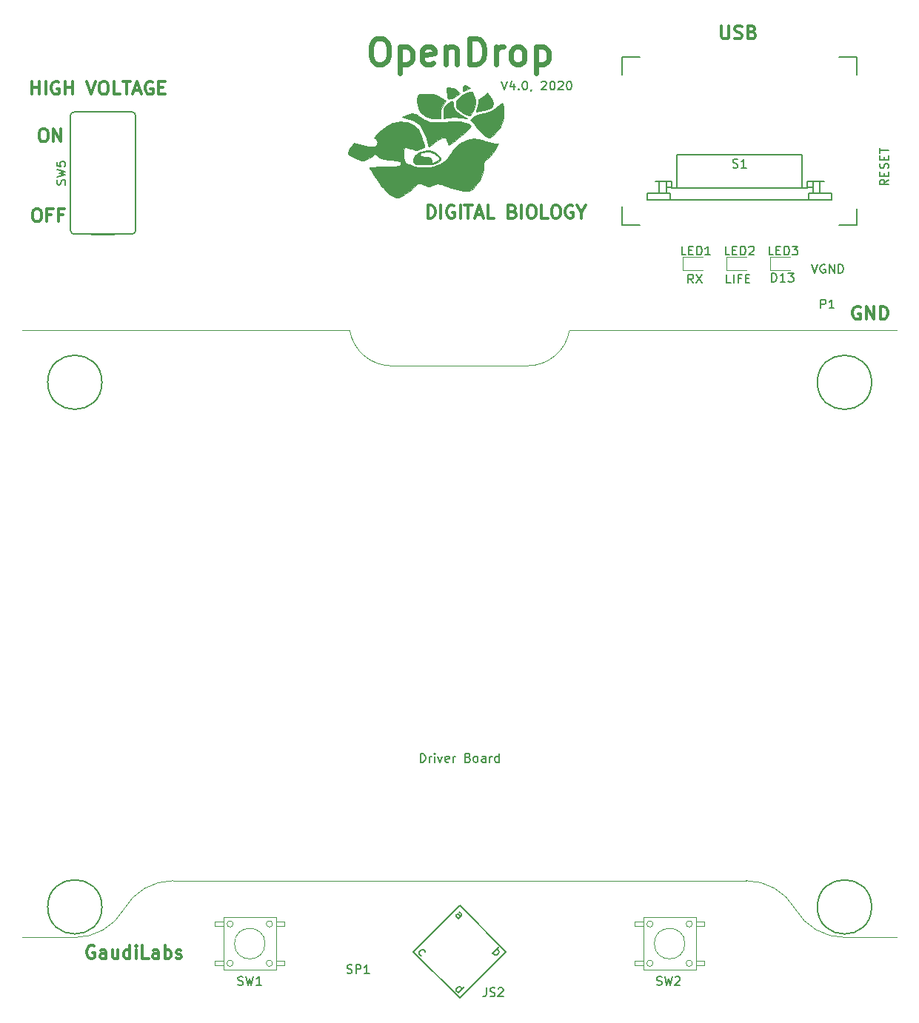
<source format=gbr>
G04 #@! TF.GenerationSoftware,KiCad,Pcbnew,5.0.2-bee76a0~70~ubuntu18.04.1*
G04 #@! TF.CreationDate,2020-04-30T09:20:18+02:00*
G04 #@! TF.ProjectId,OpenDropV4,4f70656e-4472-46f7-9056-342e6b696361,rev?*
G04 #@! TF.SameCoordinates,Original*
G04 #@! TF.FileFunction,Legend,Top*
G04 #@! TF.FilePolarity,Positive*
%FSLAX46Y46*%
G04 Gerber Fmt 4.6, Leading zero omitted, Abs format (unit mm)*
G04 Created by KiCad (PCBNEW 5.0.2-bee76a0~70~ubuntu18.04.1) date Do 30 Apr 2020 09:20:18 CEST*
%MOMM*%
%LPD*%
G01*
G04 APERTURE LIST*
%ADD10C,0.100000*%
%ADD11C,0.150000*%
%ADD12C,0.200000*%
%ADD13C,0.300000*%
%ADD14C,0.600000*%
%ADD15C,0.010000*%
%ADD16C,0.050000*%
%ADD17C,0.152400*%
%ADD18C,0.120000*%
G04 APERTURE END LIST*
D10*
X112600000Y-68000000D02*
X150000000Y-68000000D01*
X107716827Y-72115336D02*
G75*
G03X112570000Y-68027000I33173J4885336D01*
G01*
X92250000Y-72100000D02*
X107700000Y-72120000D01*
X92278753Y-72121673D02*
G75*
G02X87427000Y-68027000I-28753J4887673D01*
G01*
D11*
X95523809Y-117452380D02*
X95523809Y-116452380D01*
X95761904Y-116452380D01*
X95904761Y-116500000D01*
X96000000Y-116595238D01*
X96047619Y-116690476D01*
X96095238Y-116880952D01*
X96095238Y-117023809D01*
X96047619Y-117214285D01*
X96000000Y-117309523D01*
X95904761Y-117404761D01*
X95761904Y-117452380D01*
X95523809Y-117452380D01*
X96523809Y-117452380D02*
X96523809Y-116785714D01*
X96523809Y-116976190D02*
X96571428Y-116880952D01*
X96619047Y-116833333D01*
X96714285Y-116785714D01*
X96809523Y-116785714D01*
X97142857Y-117452380D02*
X97142857Y-116785714D01*
X97142857Y-116452380D02*
X97095238Y-116500000D01*
X97142857Y-116547619D01*
X97190476Y-116500000D01*
X97142857Y-116452380D01*
X97142857Y-116547619D01*
X97523809Y-116785714D02*
X97761904Y-117452380D01*
X98000000Y-116785714D01*
X98761904Y-117404761D02*
X98666666Y-117452380D01*
X98476190Y-117452380D01*
X98380952Y-117404761D01*
X98333333Y-117309523D01*
X98333333Y-116928571D01*
X98380952Y-116833333D01*
X98476190Y-116785714D01*
X98666666Y-116785714D01*
X98761904Y-116833333D01*
X98809523Y-116928571D01*
X98809523Y-117023809D01*
X98333333Y-117119047D01*
X99238095Y-117452380D02*
X99238095Y-116785714D01*
X99238095Y-116976190D02*
X99285714Y-116880952D01*
X99333333Y-116833333D01*
X99428571Y-116785714D01*
X99523809Y-116785714D01*
X100952380Y-116928571D02*
X101095238Y-116976190D01*
X101142857Y-117023809D01*
X101190476Y-117119047D01*
X101190476Y-117261904D01*
X101142857Y-117357142D01*
X101095238Y-117404761D01*
X101000000Y-117452380D01*
X100619047Y-117452380D01*
X100619047Y-116452380D01*
X100952380Y-116452380D01*
X101047619Y-116500000D01*
X101095238Y-116547619D01*
X101142857Y-116642857D01*
X101142857Y-116738095D01*
X101095238Y-116833333D01*
X101047619Y-116880952D01*
X100952380Y-116928571D01*
X100619047Y-116928571D01*
X101761904Y-117452380D02*
X101666666Y-117404761D01*
X101619047Y-117357142D01*
X101571428Y-117261904D01*
X101571428Y-116976190D01*
X101619047Y-116880952D01*
X101666666Y-116833333D01*
X101761904Y-116785714D01*
X101904761Y-116785714D01*
X102000000Y-116833333D01*
X102047619Y-116880952D01*
X102095238Y-116976190D01*
X102095238Y-117261904D01*
X102047619Y-117357142D01*
X102000000Y-117404761D01*
X101904761Y-117452380D01*
X101761904Y-117452380D01*
X102952380Y-117452380D02*
X102952380Y-116928571D01*
X102904761Y-116833333D01*
X102809523Y-116785714D01*
X102619047Y-116785714D01*
X102523809Y-116833333D01*
X102952380Y-117404761D02*
X102857142Y-117452380D01*
X102619047Y-117452380D01*
X102523809Y-117404761D01*
X102476190Y-117309523D01*
X102476190Y-117214285D01*
X102523809Y-117119047D01*
X102619047Y-117071428D01*
X102857142Y-117071428D01*
X102952380Y-117023809D01*
X103428571Y-117452380D02*
X103428571Y-116785714D01*
X103428571Y-116976190D02*
X103476190Y-116880952D01*
X103523809Y-116833333D01*
X103619047Y-116785714D01*
X103714285Y-116785714D01*
X104476190Y-117452380D02*
X104476190Y-116452380D01*
X104476190Y-117404761D02*
X104380952Y-117452380D01*
X104190476Y-117452380D01*
X104095238Y-117404761D01*
X104047619Y-117357142D01*
X104000000Y-117261904D01*
X104000000Y-116976190D01*
X104047619Y-116880952D01*
X104095238Y-116833333D01*
X104190476Y-116785714D01*
X104380952Y-116785714D01*
X104476190Y-116833333D01*
D10*
X144000000Y-137500000D02*
X150000000Y-137500000D01*
X132750417Y-130999277D02*
G75*
G02X138380000Y-134250000I-417J-6500723D01*
G01*
X144004583Y-137492062D02*
G75*
G02X138380000Y-134250000I-4583J6492062D01*
G01*
X61620835Y-134250000D02*
G75*
G02X67250000Y-131000000I5629165J-3250000D01*
G01*
X61629165Y-134250000D02*
G75*
G02X56000000Y-137500000I-5629165J3250000D01*
G01*
X50000000Y-137500000D02*
X56000000Y-137500000D01*
X67240000Y-131000000D02*
X132760000Y-131000000D01*
D11*
X149042380Y-50814380D02*
X148566190Y-51147714D01*
X149042380Y-51385809D02*
X148042380Y-51385809D01*
X148042380Y-51004857D01*
X148090000Y-50909619D01*
X148137619Y-50862000D01*
X148232857Y-50814380D01*
X148375714Y-50814380D01*
X148470952Y-50862000D01*
X148518571Y-50909619D01*
X148566190Y-51004857D01*
X148566190Y-51385809D01*
X148518571Y-50385809D02*
X148518571Y-50052476D01*
X149042380Y-49909619D02*
X149042380Y-50385809D01*
X148042380Y-50385809D01*
X148042380Y-49909619D01*
X148994761Y-49528666D02*
X149042380Y-49385809D01*
X149042380Y-49147714D01*
X148994761Y-49052476D01*
X148947142Y-49004857D01*
X148851904Y-48957238D01*
X148756666Y-48957238D01*
X148661428Y-49004857D01*
X148613809Y-49052476D01*
X148566190Y-49147714D01*
X148518571Y-49338190D01*
X148470952Y-49433428D01*
X148423333Y-49481047D01*
X148328095Y-49528666D01*
X148232857Y-49528666D01*
X148137619Y-49481047D01*
X148090000Y-49433428D01*
X148042380Y-49338190D01*
X148042380Y-49100095D01*
X148090000Y-48957238D01*
X148518571Y-48528666D02*
X148518571Y-48195333D01*
X149042380Y-48052476D02*
X149042380Y-48528666D01*
X148042380Y-48528666D01*
X148042380Y-48052476D01*
X148042380Y-47766761D02*
X148042380Y-47195333D01*
X149042380Y-47481047D02*
X148042380Y-47481047D01*
D12*
X140255857Y-60498380D02*
X140589190Y-61498380D01*
X140922523Y-60498380D01*
X141779666Y-60546000D02*
X141684428Y-60498380D01*
X141541571Y-60498380D01*
X141398714Y-60546000D01*
X141303476Y-60641238D01*
X141255857Y-60736476D01*
X141208238Y-60926952D01*
X141208238Y-61069809D01*
X141255857Y-61260285D01*
X141303476Y-61355523D01*
X141398714Y-61450761D01*
X141541571Y-61498380D01*
X141636809Y-61498380D01*
X141779666Y-61450761D01*
X141827285Y-61403142D01*
X141827285Y-61069809D01*
X141636809Y-61069809D01*
X142255857Y-61498380D02*
X142255857Y-60498380D01*
X142827285Y-61498380D01*
X142827285Y-60498380D01*
X143303476Y-61498380D02*
X143303476Y-60498380D01*
X143541571Y-60498380D01*
X143684428Y-60546000D01*
X143779666Y-60641238D01*
X143827285Y-60736476D01*
X143874904Y-60926952D01*
X143874904Y-61069809D01*
X143827285Y-61260285D01*
X143779666Y-61355523D01*
X143684428Y-61450761D01*
X143541571Y-61498380D01*
X143303476Y-61498380D01*
X135691714Y-62514380D02*
X135691714Y-61514380D01*
X135929809Y-61514380D01*
X136072666Y-61562000D01*
X136167904Y-61657238D01*
X136215523Y-61752476D01*
X136263142Y-61942952D01*
X136263142Y-62085809D01*
X136215523Y-62276285D01*
X136167904Y-62371523D01*
X136072666Y-62466761D01*
X135929809Y-62514380D01*
X135691714Y-62514380D01*
X137215523Y-62514380D02*
X136644095Y-62514380D01*
X136929809Y-62514380D02*
X136929809Y-61514380D01*
X136834571Y-61657238D01*
X136739333Y-61752476D01*
X136644095Y-61800095D01*
X137548857Y-61514380D02*
X138167904Y-61514380D01*
X137834571Y-61895333D01*
X137977428Y-61895333D01*
X138072666Y-61942952D01*
X138120285Y-61990571D01*
X138167904Y-62085809D01*
X138167904Y-62323904D01*
X138120285Y-62419142D01*
X138072666Y-62466761D01*
X137977428Y-62514380D01*
X137691714Y-62514380D01*
X137596476Y-62466761D01*
X137548857Y-62419142D01*
X131016476Y-62641380D02*
X130540285Y-62641380D01*
X130540285Y-61641380D01*
X131349809Y-62641380D02*
X131349809Y-61641380D01*
X132159333Y-62117571D02*
X131826000Y-62117571D01*
X131826000Y-62641380D02*
X131826000Y-61641380D01*
X132302190Y-61641380D01*
X132683142Y-62117571D02*
X133016476Y-62117571D01*
X133159333Y-62641380D02*
X132683142Y-62641380D01*
X132683142Y-61641380D01*
X133159333Y-61641380D01*
D13*
X129933142Y-33214571D02*
X129933142Y-34428857D01*
X130004571Y-34571714D01*
X130076000Y-34643142D01*
X130218857Y-34714571D01*
X130504571Y-34714571D01*
X130647428Y-34643142D01*
X130718857Y-34571714D01*
X130790285Y-34428857D01*
X130790285Y-33214571D01*
X131433142Y-34643142D02*
X131647428Y-34714571D01*
X132004571Y-34714571D01*
X132147428Y-34643142D01*
X132218857Y-34571714D01*
X132290285Y-34428857D01*
X132290285Y-34286000D01*
X132218857Y-34143142D01*
X132147428Y-34071714D01*
X132004571Y-34000285D01*
X131718857Y-33928857D01*
X131576000Y-33857428D01*
X131504571Y-33786000D01*
X131433142Y-33643142D01*
X131433142Y-33500285D01*
X131504571Y-33357428D01*
X131576000Y-33286000D01*
X131718857Y-33214571D01*
X132076000Y-33214571D01*
X132290285Y-33286000D01*
X133433142Y-33928857D02*
X133647428Y-34000285D01*
X133718857Y-34071714D01*
X133790285Y-34214571D01*
X133790285Y-34428857D01*
X133718857Y-34571714D01*
X133647428Y-34643142D01*
X133504571Y-34714571D01*
X132933142Y-34714571D01*
X132933142Y-33214571D01*
X133433142Y-33214571D01*
X133576000Y-33286000D01*
X133647428Y-33357428D01*
X133718857Y-33500285D01*
X133718857Y-33643142D01*
X133647428Y-33786000D01*
X133576000Y-33857428D01*
X133433142Y-33928857D01*
X132933142Y-33928857D01*
X58217571Y-138493000D02*
X58074714Y-138421571D01*
X57860428Y-138421571D01*
X57646142Y-138493000D01*
X57503285Y-138635857D01*
X57431857Y-138778714D01*
X57360428Y-139064428D01*
X57360428Y-139278714D01*
X57431857Y-139564428D01*
X57503285Y-139707285D01*
X57646142Y-139850142D01*
X57860428Y-139921571D01*
X58003285Y-139921571D01*
X58217571Y-139850142D01*
X58289000Y-139778714D01*
X58289000Y-139278714D01*
X58003285Y-139278714D01*
X59574714Y-139921571D02*
X59574714Y-139135857D01*
X59503285Y-138993000D01*
X59360428Y-138921571D01*
X59074714Y-138921571D01*
X58931857Y-138993000D01*
X59574714Y-139850142D02*
X59431857Y-139921571D01*
X59074714Y-139921571D01*
X58931857Y-139850142D01*
X58860428Y-139707285D01*
X58860428Y-139564428D01*
X58931857Y-139421571D01*
X59074714Y-139350142D01*
X59431857Y-139350142D01*
X59574714Y-139278714D01*
X60931857Y-138921571D02*
X60931857Y-139921571D01*
X60289000Y-138921571D02*
X60289000Y-139707285D01*
X60360428Y-139850142D01*
X60503285Y-139921571D01*
X60717571Y-139921571D01*
X60860428Y-139850142D01*
X60931857Y-139778714D01*
X62289000Y-139921571D02*
X62289000Y-138421571D01*
X62289000Y-139850142D02*
X62146142Y-139921571D01*
X61860428Y-139921571D01*
X61717571Y-139850142D01*
X61646142Y-139778714D01*
X61574714Y-139635857D01*
X61574714Y-139207285D01*
X61646142Y-139064428D01*
X61717571Y-138993000D01*
X61860428Y-138921571D01*
X62146142Y-138921571D01*
X62289000Y-138993000D01*
X63003285Y-139921571D02*
X63003285Y-138921571D01*
X63003285Y-138421571D02*
X62931857Y-138493000D01*
X63003285Y-138564428D01*
X63074714Y-138493000D01*
X63003285Y-138421571D01*
X63003285Y-138564428D01*
X64431857Y-139921571D02*
X63717571Y-139921571D01*
X63717571Y-138421571D01*
X65574714Y-139921571D02*
X65574714Y-139135857D01*
X65503285Y-138993000D01*
X65360428Y-138921571D01*
X65074714Y-138921571D01*
X64931857Y-138993000D01*
X65574714Y-139850142D02*
X65431857Y-139921571D01*
X65074714Y-139921571D01*
X64931857Y-139850142D01*
X64860428Y-139707285D01*
X64860428Y-139564428D01*
X64931857Y-139421571D01*
X65074714Y-139350142D01*
X65431857Y-139350142D01*
X65574714Y-139278714D01*
X66289000Y-139921571D02*
X66289000Y-138421571D01*
X66289000Y-138993000D02*
X66431857Y-138921571D01*
X66717571Y-138921571D01*
X66860428Y-138993000D01*
X66931857Y-139064428D01*
X67003285Y-139207285D01*
X67003285Y-139635857D01*
X66931857Y-139778714D01*
X66860428Y-139850142D01*
X66717571Y-139921571D01*
X66431857Y-139921571D01*
X66289000Y-139850142D01*
X67574714Y-139850142D02*
X67717571Y-139921571D01*
X68003285Y-139921571D01*
X68146142Y-139850142D01*
X68217571Y-139707285D01*
X68217571Y-139635857D01*
X68146142Y-139493000D01*
X68003285Y-139421571D01*
X67789000Y-139421571D01*
X67646142Y-139350142D01*
X67574714Y-139207285D01*
X67574714Y-139135857D01*
X67646142Y-138993000D01*
X67789000Y-138921571D01*
X68003285Y-138921571D01*
X68146142Y-138993000D01*
D12*
X104791380Y-39543380D02*
X105124714Y-40543380D01*
X105458047Y-39543380D01*
X106219952Y-39876714D02*
X106219952Y-40543380D01*
X105981857Y-39495761D02*
X105743761Y-40210047D01*
X106362809Y-40210047D01*
X106743761Y-40448142D02*
X106791380Y-40495761D01*
X106743761Y-40543380D01*
X106696142Y-40495761D01*
X106743761Y-40448142D01*
X106743761Y-40543380D01*
X107410428Y-39543380D02*
X107505666Y-39543380D01*
X107600904Y-39591000D01*
X107648523Y-39638619D01*
X107696142Y-39733857D01*
X107743761Y-39924333D01*
X107743761Y-40162428D01*
X107696142Y-40352904D01*
X107648523Y-40448142D01*
X107600904Y-40495761D01*
X107505666Y-40543380D01*
X107410428Y-40543380D01*
X107315190Y-40495761D01*
X107267571Y-40448142D01*
X107219952Y-40352904D01*
X107172333Y-40162428D01*
X107172333Y-39924333D01*
X107219952Y-39733857D01*
X107267571Y-39638619D01*
X107315190Y-39591000D01*
X107410428Y-39543380D01*
X108219952Y-40495761D02*
X108219952Y-40543380D01*
X108172333Y-40638619D01*
X108124714Y-40686238D01*
X109362809Y-39638619D02*
X109410428Y-39591000D01*
X109505666Y-39543380D01*
X109743761Y-39543380D01*
X109839000Y-39591000D01*
X109886619Y-39638619D01*
X109934238Y-39733857D01*
X109934238Y-39829095D01*
X109886619Y-39971952D01*
X109315190Y-40543380D01*
X109934238Y-40543380D01*
X110553285Y-39543380D02*
X110648523Y-39543380D01*
X110743761Y-39591000D01*
X110791380Y-39638619D01*
X110839000Y-39733857D01*
X110886619Y-39924333D01*
X110886619Y-40162428D01*
X110839000Y-40352904D01*
X110791380Y-40448142D01*
X110743761Y-40495761D01*
X110648523Y-40543380D01*
X110553285Y-40543380D01*
X110458047Y-40495761D01*
X110410428Y-40448142D01*
X110362809Y-40352904D01*
X110315190Y-40162428D01*
X110315190Y-39924333D01*
X110362809Y-39733857D01*
X110410428Y-39638619D01*
X110458047Y-39591000D01*
X110553285Y-39543380D01*
X111267571Y-39638619D02*
X111315190Y-39591000D01*
X111410428Y-39543380D01*
X111648523Y-39543380D01*
X111743761Y-39591000D01*
X111791380Y-39638619D01*
X111839000Y-39733857D01*
X111839000Y-39829095D01*
X111791380Y-39971952D01*
X111219952Y-40543380D01*
X111839000Y-40543380D01*
X112458047Y-39543380D02*
X112553285Y-39543380D01*
X112648523Y-39591000D01*
X112696142Y-39638619D01*
X112743761Y-39733857D01*
X112791380Y-39924333D01*
X112791380Y-40162428D01*
X112743761Y-40352904D01*
X112696142Y-40448142D01*
X112648523Y-40495761D01*
X112553285Y-40543380D01*
X112458047Y-40543380D01*
X112362809Y-40495761D01*
X112315190Y-40448142D01*
X112267571Y-40352904D01*
X112219952Y-40162428D01*
X112219952Y-39924333D01*
X112267571Y-39733857D01*
X112315190Y-39638619D01*
X112362809Y-39591000D01*
X112458047Y-39543380D01*
D13*
X145796142Y-65376000D02*
X145653285Y-65304571D01*
X145439000Y-65304571D01*
X145224714Y-65376000D01*
X145081857Y-65518857D01*
X145010428Y-65661714D01*
X144939000Y-65947428D01*
X144939000Y-66161714D01*
X145010428Y-66447428D01*
X145081857Y-66590285D01*
X145224714Y-66733142D01*
X145439000Y-66804571D01*
X145581857Y-66804571D01*
X145796142Y-66733142D01*
X145867571Y-66661714D01*
X145867571Y-66161714D01*
X145581857Y-66161714D01*
X146510428Y-66804571D02*
X146510428Y-65304571D01*
X147367571Y-66804571D01*
X147367571Y-65304571D01*
X148081857Y-66804571D02*
X148081857Y-65304571D01*
X148439000Y-65304571D01*
X148653285Y-65376000D01*
X148796142Y-65518857D01*
X148867571Y-65661714D01*
X148939000Y-65947428D01*
X148939000Y-66161714D01*
X148867571Y-66447428D01*
X148796142Y-66590285D01*
X148653285Y-66733142D01*
X148439000Y-66804571D01*
X148081857Y-66804571D01*
D12*
X126706333Y-62641380D02*
X126373000Y-62165190D01*
X126134904Y-62641380D02*
X126134904Y-61641380D01*
X126515857Y-61641380D01*
X126611095Y-61689000D01*
X126658714Y-61736619D01*
X126706333Y-61831857D01*
X126706333Y-61974714D01*
X126658714Y-62069952D01*
X126611095Y-62117571D01*
X126515857Y-62165190D01*
X126134904Y-62165190D01*
X127039666Y-61641380D02*
X127706333Y-62641380D01*
X127706333Y-61641380D02*
X127039666Y-62641380D01*
D13*
X51530428Y-54128571D02*
X51816142Y-54128571D01*
X51959000Y-54200000D01*
X52101857Y-54342857D01*
X52173285Y-54628571D01*
X52173285Y-55128571D01*
X52101857Y-55414285D01*
X51959000Y-55557142D01*
X51816142Y-55628571D01*
X51530428Y-55628571D01*
X51387571Y-55557142D01*
X51244714Y-55414285D01*
X51173285Y-55128571D01*
X51173285Y-54628571D01*
X51244714Y-54342857D01*
X51387571Y-54200000D01*
X51530428Y-54128571D01*
X53316142Y-54842857D02*
X52816142Y-54842857D01*
X52816142Y-55628571D02*
X52816142Y-54128571D01*
X53530428Y-54128571D01*
X54601857Y-54842857D02*
X54101857Y-54842857D01*
X54101857Y-55628571D02*
X54101857Y-54128571D01*
X54816142Y-54128571D01*
X52284428Y-44984571D02*
X52570142Y-44984571D01*
X52713000Y-45056000D01*
X52855857Y-45198857D01*
X52927285Y-45484571D01*
X52927285Y-45984571D01*
X52855857Y-46270285D01*
X52713000Y-46413142D01*
X52570142Y-46484571D01*
X52284428Y-46484571D01*
X52141571Y-46413142D01*
X51998714Y-46270285D01*
X51927285Y-45984571D01*
X51927285Y-45484571D01*
X51998714Y-45198857D01*
X52141571Y-45056000D01*
X52284428Y-44984571D01*
X53570142Y-46484571D02*
X53570142Y-44984571D01*
X54427285Y-46484571D01*
X54427285Y-44984571D01*
X51102571Y-41064571D02*
X51102571Y-39564571D01*
X51102571Y-40278857D02*
X51959714Y-40278857D01*
X51959714Y-41064571D02*
X51959714Y-39564571D01*
X52674000Y-41064571D02*
X52674000Y-39564571D01*
X54174000Y-39636000D02*
X54031142Y-39564571D01*
X53816857Y-39564571D01*
X53602571Y-39636000D01*
X53459714Y-39778857D01*
X53388285Y-39921714D01*
X53316857Y-40207428D01*
X53316857Y-40421714D01*
X53388285Y-40707428D01*
X53459714Y-40850285D01*
X53602571Y-40993142D01*
X53816857Y-41064571D01*
X53959714Y-41064571D01*
X54174000Y-40993142D01*
X54245428Y-40921714D01*
X54245428Y-40421714D01*
X53959714Y-40421714D01*
X54888285Y-41064571D02*
X54888285Y-39564571D01*
X54888285Y-40278857D02*
X55745428Y-40278857D01*
X55745428Y-41064571D02*
X55745428Y-39564571D01*
X57388285Y-39564571D02*
X57888285Y-41064571D01*
X58388285Y-39564571D01*
X59174000Y-39564571D02*
X59459714Y-39564571D01*
X59602571Y-39636000D01*
X59745428Y-39778857D01*
X59816857Y-40064571D01*
X59816857Y-40564571D01*
X59745428Y-40850285D01*
X59602571Y-40993142D01*
X59459714Y-41064571D01*
X59174000Y-41064571D01*
X59031142Y-40993142D01*
X58888285Y-40850285D01*
X58816857Y-40564571D01*
X58816857Y-40064571D01*
X58888285Y-39778857D01*
X59031142Y-39636000D01*
X59174000Y-39564571D01*
X61174000Y-41064571D02*
X60459714Y-41064571D01*
X60459714Y-39564571D01*
X61459714Y-39564571D02*
X62316857Y-39564571D01*
X61888285Y-41064571D02*
X61888285Y-39564571D01*
X62745428Y-40636000D02*
X63459714Y-40636000D01*
X62602571Y-41064571D02*
X63102571Y-39564571D01*
X63602571Y-41064571D01*
X64888285Y-39636000D02*
X64745428Y-39564571D01*
X64531142Y-39564571D01*
X64316857Y-39636000D01*
X64174000Y-39778857D01*
X64102571Y-39921714D01*
X64031142Y-40207428D01*
X64031142Y-40421714D01*
X64102571Y-40707428D01*
X64174000Y-40850285D01*
X64316857Y-40993142D01*
X64531142Y-41064571D01*
X64674000Y-41064571D01*
X64888285Y-40993142D01*
X64959714Y-40921714D01*
X64959714Y-40421714D01*
X64674000Y-40421714D01*
X65602571Y-40278857D02*
X66102571Y-40278857D01*
X66316857Y-41064571D02*
X65602571Y-41064571D01*
X65602571Y-39564571D01*
X66316857Y-39564571D01*
D14*
X90571428Y-34638142D02*
X91142857Y-34638142D01*
X91428571Y-34781000D01*
X91714285Y-35066714D01*
X91857142Y-35638142D01*
X91857142Y-36638142D01*
X91714285Y-37209571D01*
X91428571Y-37495285D01*
X91142857Y-37638142D01*
X90571428Y-37638142D01*
X90285714Y-37495285D01*
X90000000Y-37209571D01*
X89857142Y-36638142D01*
X89857142Y-35638142D01*
X90000000Y-35066714D01*
X90285714Y-34781000D01*
X90571428Y-34638142D01*
X93142857Y-35638142D02*
X93142857Y-38638142D01*
X93142857Y-35781000D02*
X93428571Y-35638142D01*
X94000000Y-35638142D01*
X94285714Y-35781000D01*
X94428571Y-35923857D01*
X94571428Y-36209571D01*
X94571428Y-37066714D01*
X94428571Y-37352428D01*
X94285714Y-37495285D01*
X94000000Y-37638142D01*
X93428571Y-37638142D01*
X93142857Y-37495285D01*
X97000000Y-37495285D02*
X96714285Y-37638142D01*
X96142857Y-37638142D01*
X95857142Y-37495285D01*
X95714285Y-37209571D01*
X95714285Y-36066714D01*
X95857142Y-35781000D01*
X96142857Y-35638142D01*
X96714285Y-35638142D01*
X97000000Y-35781000D01*
X97142857Y-36066714D01*
X97142857Y-36352428D01*
X95714285Y-36638142D01*
X98428571Y-35638142D02*
X98428571Y-37638142D01*
X98428571Y-35923857D02*
X98571428Y-35781000D01*
X98857142Y-35638142D01*
X99285714Y-35638142D01*
X99571428Y-35781000D01*
X99714285Y-36066714D01*
X99714285Y-37638142D01*
X101142857Y-37638142D02*
X101142857Y-34638142D01*
X101857142Y-34638142D01*
X102285714Y-34781000D01*
X102571428Y-35066714D01*
X102714285Y-35352428D01*
X102857142Y-35923857D01*
X102857142Y-36352428D01*
X102714285Y-36923857D01*
X102571428Y-37209571D01*
X102285714Y-37495285D01*
X101857142Y-37638142D01*
X101142857Y-37638142D01*
X104142857Y-37638142D02*
X104142857Y-35638142D01*
X104142857Y-36209571D02*
X104285714Y-35923857D01*
X104428571Y-35781000D01*
X104714285Y-35638142D01*
X105000000Y-35638142D01*
X106428571Y-37638142D02*
X106142857Y-37495285D01*
X106000000Y-37352428D01*
X105857142Y-37066714D01*
X105857142Y-36209571D01*
X106000000Y-35923857D01*
X106142857Y-35781000D01*
X106428571Y-35638142D01*
X106857142Y-35638142D01*
X107142857Y-35781000D01*
X107285714Y-35923857D01*
X107428571Y-36209571D01*
X107428571Y-37066714D01*
X107285714Y-37352428D01*
X107142857Y-37495285D01*
X106857142Y-37638142D01*
X106428571Y-37638142D01*
X108714285Y-35638142D02*
X108714285Y-38638142D01*
X108714285Y-35781000D02*
X109000000Y-35638142D01*
X109571428Y-35638142D01*
X109857142Y-35781000D01*
X110000000Y-35923857D01*
X110142857Y-36209571D01*
X110142857Y-37066714D01*
X110000000Y-37352428D01*
X109857142Y-37495285D01*
X109571428Y-37638142D01*
X109000000Y-37638142D01*
X108714285Y-37495285D01*
D13*
X96354428Y-55247571D02*
X96354428Y-53747571D01*
X96711571Y-53747571D01*
X96925857Y-53819000D01*
X97068714Y-53961857D01*
X97140142Y-54104714D01*
X97211571Y-54390428D01*
X97211571Y-54604714D01*
X97140142Y-54890428D01*
X97068714Y-55033285D01*
X96925857Y-55176142D01*
X96711571Y-55247571D01*
X96354428Y-55247571D01*
X97854428Y-55247571D02*
X97854428Y-53747571D01*
X99354428Y-53819000D02*
X99211571Y-53747571D01*
X98997285Y-53747571D01*
X98783000Y-53819000D01*
X98640142Y-53961857D01*
X98568714Y-54104714D01*
X98497285Y-54390428D01*
X98497285Y-54604714D01*
X98568714Y-54890428D01*
X98640142Y-55033285D01*
X98783000Y-55176142D01*
X98997285Y-55247571D01*
X99140142Y-55247571D01*
X99354428Y-55176142D01*
X99425857Y-55104714D01*
X99425857Y-54604714D01*
X99140142Y-54604714D01*
X100068714Y-55247571D02*
X100068714Y-53747571D01*
X100568714Y-53747571D02*
X101425857Y-53747571D01*
X100997285Y-55247571D02*
X100997285Y-53747571D01*
X101854428Y-54819000D02*
X102568714Y-54819000D01*
X101711571Y-55247571D02*
X102211571Y-53747571D01*
X102711571Y-55247571D01*
X103925857Y-55247571D02*
X103211571Y-55247571D01*
X103211571Y-53747571D01*
X106068714Y-54461857D02*
X106283000Y-54533285D01*
X106354428Y-54604714D01*
X106425857Y-54747571D01*
X106425857Y-54961857D01*
X106354428Y-55104714D01*
X106283000Y-55176142D01*
X106140142Y-55247571D01*
X105568714Y-55247571D01*
X105568714Y-53747571D01*
X106068714Y-53747571D01*
X106211571Y-53819000D01*
X106283000Y-53890428D01*
X106354428Y-54033285D01*
X106354428Y-54176142D01*
X106283000Y-54319000D01*
X106211571Y-54390428D01*
X106068714Y-54461857D01*
X105568714Y-54461857D01*
X107068714Y-55247571D02*
X107068714Y-53747571D01*
X108068714Y-53747571D02*
X108354428Y-53747571D01*
X108497285Y-53819000D01*
X108640142Y-53961857D01*
X108711571Y-54247571D01*
X108711571Y-54747571D01*
X108640142Y-55033285D01*
X108497285Y-55176142D01*
X108354428Y-55247571D01*
X108068714Y-55247571D01*
X107925857Y-55176142D01*
X107783000Y-55033285D01*
X107711571Y-54747571D01*
X107711571Y-54247571D01*
X107783000Y-53961857D01*
X107925857Y-53819000D01*
X108068714Y-53747571D01*
X110068714Y-55247571D02*
X109354428Y-55247571D01*
X109354428Y-53747571D01*
X110854428Y-53747571D02*
X111140142Y-53747571D01*
X111283000Y-53819000D01*
X111425857Y-53961857D01*
X111497285Y-54247571D01*
X111497285Y-54747571D01*
X111425857Y-55033285D01*
X111283000Y-55176142D01*
X111140142Y-55247571D01*
X110854428Y-55247571D01*
X110711571Y-55176142D01*
X110568714Y-55033285D01*
X110497285Y-54747571D01*
X110497285Y-54247571D01*
X110568714Y-53961857D01*
X110711571Y-53819000D01*
X110854428Y-53747571D01*
X112925857Y-53819000D02*
X112783000Y-53747571D01*
X112568714Y-53747571D01*
X112354428Y-53819000D01*
X112211571Y-53961857D01*
X112140142Y-54104714D01*
X112068714Y-54390428D01*
X112068714Y-54604714D01*
X112140142Y-54890428D01*
X112211571Y-55033285D01*
X112354428Y-55176142D01*
X112568714Y-55247571D01*
X112711571Y-55247571D01*
X112925857Y-55176142D01*
X112997285Y-55104714D01*
X112997285Y-54604714D01*
X112711571Y-54604714D01*
X113925857Y-54533285D02*
X113925857Y-55247571D01*
X113425857Y-53747571D02*
X113925857Y-54533285D01*
X114425857Y-53747571D01*
D10*
X50000000Y-68000000D02*
X87440000Y-68000000D01*
D11*
G04 #@! TO.C,P15*
X59100000Y-134000000D02*
G75*
G03X59100000Y-134000000I-3100000J0D01*
G01*
D15*
G04 #@! TO.C,G\002A\002A\002A*
G36*
X100639585Y-40006138D02*
X100788163Y-40086581D01*
X100923026Y-40175785D01*
X101223906Y-40389703D01*
X100820101Y-40526101D01*
X100609382Y-40595253D01*
X100448386Y-40644331D01*
X100373148Y-40662500D01*
X100342111Y-40607636D01*
X100330936Y-40487875D01*
X100359982Y-40301548D01*
X100430541Y-40123704D01*
X100520543Y-40003893D01*
X100555448Y-39983823D01*
X100639585Y-40006138D01*
X100639585Y-40006138D01*
G37*
X100639585Y-40006138D02*
X100788163Y-40086581D01*
X100923026Y-40175785D01*
X101223906Y-40389703D01*
X100820101Y-40526101D01*
X100609382Y-40595253D01*
X100448386Y-40644331D01*
X100373148Y-40662500D01*
X100342111Y-40607636D01*
X100330936Y-40487875D01*
X100359982Y-40301548D01*
X100430541Y-40123704D01*
X100520543Y-40003893D01*
X100555448Y-39983823D01*
X100639585Y-40006138D01*
G36*
X98821389Y-40257366D02*
X99036131Y-40307818D01*
X99260880Y-40375955D01*
X99459304Y-40452887D01*
X99504500Y-40474441D01*
X99698810Y-40596271D01*
X99870018Y-40740370D01*
X99879730Y-40750544D01*
X100032710Y-40914448D01*
X99725997Y-41185349D01*
X99462143Y-41383071D01*
X99221889Y-41482459D01*
X99160266Y-41494134D01*
X98968617Y-41529388D01*
X98819104Y-41569155D01*
X98796486Y-41577862D01*
X98717479Y-41580423D01*
X98652708Y-41492440D01*
X98610167Y-41381227D01*
X98572210Y-41212582D01*
X98544851Y-40985891D01*
X98529496Y-40738375D01*
X98527552Y-40507255D01*
X98540424Y-40329751D01*
X98567248Y-40245084D01*
X98652984Y-40233491D01*
X98821389Y-40257366D01*
X98821389Y-40257366D01*
G37*
X98821389Y-40257366D02*
X99036131Y-40307818D01*
X99260880Y-40375955D01*
X99459304Y-40452887D01*
X99504500Y-40474441D01*
X99698810Y-40596271D01*
X99870018Y-40740370D01*
X99879730Y-40750544D01*
X100032710Y-40914448D01*
X99725997Y-41185349D01*
X99462143Y-41383071D01*
X99221889Y-41482459D01*
X99160266Y-41494134D01*
X98968617Y-41529388D01*
X98819104Y-41569155D01*
X98796486Y-41577862D01*
X98717479Y-41580423D01*
X98652708Y-41492440D01*
X98610167Y-41381227D01*
X98572210Y-41212582D01*
X98544851Y-40985891D01*
X98529496Y-40738375D01*
X98527552Y-40507255D01*
X98540424Y-40329751D01*
X98567248Y-40245084D01*
X98652984Y-40233491D01*
X98821389Y-40257366D01*
G36*
X103359911Y-41139358D02*
X103618027Y-41477048D01*
X103766620Y-41778423D01*
X103810975Y-42061468D01*
X103756377Y-42344168D01*
X103732252Y-42406572D01*
X103649368Y-42553144D01*
X103525896Y-42666189D01*
X103340696Y-42755686D01*
X103072627Y-42831617D01*
X102700550Y-42903965D01*
X102666567Y-42909743D01*
X102390282Y-42958674D01*
X102153353Y-43004854D01*
X101989264Y-43041549D01*
X101941168Y-43055637D01*
X101865486Y-43067627D01*
X101874335Y-42995543D01*
X101882358Y-42975399D01*
X102037641Y-42498286D01*
X102105722Y-42044920D01*
X102108000Y-41955010D01*
X102113164Y-41756238D01*
X102142521Y-41643529D01*
X102216860Y-41575990D01*
X102326415Y-41525444D01*
X102493276Y-41431479D01*
X102696902Y-41283758D01*
X102842203Y-41160076D01*
X103139576Y-40885967D01*
X103359911Y-41139358D01*
X103359911Y-41139358D01*
G37*
X103359911Y-41139358D02*
X103618027Y-41477048D01*
X103766620Y-41778423D01*
X103810975Y-42061468D01*
X103756377Y-42344168D01*
X103732252Y-42406572D01*
X103649368Y-42553144D01*
X103525896Y-42666189D01*
X103340696Y-42755686D01*
X103072627Y-42831617D01*
X102700550Y-42903965D01*
X102666567Y-42909743D01*
X102390282Y-42958674D01*
X102153353Y-43004854D01*
X101989264Y-43041549D01*
X101941168Y-43055637D01*
X101865486Y-43067627D01*
X101874335Y-42995543D01*
X101882358Y-42975399D01*
X102037641Y-42498286D01*
X102105722Y-42044920D01*
X102108000Y-41955010D01*
X102113164Y-41756238D01*
X102142521Y-41643529D01*
X102216860Y-41575990D01*
X102326415Y-41525444D01*
X102493276Y-41431479D01*
X102696902Y-41283758D01*
X102842203Y-41160076D01*
X103139576Y-40885967D01*
X103359911Y-41139358D01*
G36*
X101437067Y-40757035D02*
X101504143Y-40844775D01*
X101585322Y-41023455D01*
X101586817Y-41026930D01*
X101740238Y-41447729D01*
X101808471Y-41811992D01*
X101796969Y-42152142D01*
X101786596Y-42214698D01*
X101730431Y-42424952D01*
X101638502Y-42673579D01*
X101524820Y-42932007D01*
X101403395Y-43171666D01*
X101288238Y-43363985D01*
X101193361Y-43480394D01*
X101155500Y-43501632D01*
X101039977Y-43487227D01*
X100866701Y-43434989D01*
X100806250Y-43411800D01*
X100525236Y-43274961D01*
X100227690Y-43093706D01*
X99956072Y-42896684D01*
X99752843Y-42712545D01*
X99727767Y-42684128D01*
X99600373Y-42440970D01*
X99565647Y-42151002D01*
X99624816Y-41855547D01*
X99698685Y-41704287D01*
X99901748Y-41460444D01*
X100192519Y-41219444D01*
X100533441Y-41005039D01*
X100886953Y-40840980D01*
X101203169Y-40752916D01*
X101348580Y-40734870D01*
X101437067Y-40757035D01*
X101437067Y-40757035D01*
G37*
X101437067Y-40757035D02*
X101504143Y-40844775D01*
X101585322Y-41023455D01*
X101586817Y-41026930D01*
X101740238Y-41447729D01*
X101808471Y-41811992D01*
X101796969Y-42152142D01*
X101786596Y-42214698D01*
X101730431Y-42424952D01*
X101638502Y-42673579D01*
X101524820Y-42932007D01*
X101403395Y-43171666D01*
X101288238Y-43363985D01*
X101193361Y-43480394D01*
X101155500Y-43501632D01*
X101039977Y-43487227D01*
X100866701Y-43434989D01*
X100806250Y-43411800D01*
X100525236Y-43274961D01*
X100227690Y-43093706D01*
X99956072Y-42896684D01*
X99752843Y-42712545D01*
X99727767Y-42684128D01*
X99600373Y-42440970D01*
X99565647Y-42151002D01*
X99624816Y-41855547D01*
X99698685Y-41704287D01*
X99901748Y-41460444D01*
X100192519Y-41219444D01*
X100533441Y-41005039D01*
X100886953Y-40840980D01*
X101203169Y-40752916D01*
X101348580Y-40734870D01*
X101437067Y-40757035D01*
G36*
X99212427Y-41847023D02*
X99245272Y-41972603D01*
X99250500Y-42125529D01*
X99294907Y-42477074D01*
X99433717Y-42788999D01*
X99675316Y-43071404D01*
X100028088Y-43334388D01*
X100441125Y-43559699D01*
X100709297Y-43694580D01*
X100860230Y-43783474D01*
X100894349Y-43828190D01*
X100812077Y-43830538D01*
X100613839Y-43792325D01*
X100488750Y-43762827D01*
X100266543Y-43727883D01*
X99954865Y-43703960D01*
X99590818Y-43691685D01*
X99211506Y-43691685D01*
X98854031Y-43704590D01*
X98561613Y-43730236D01*
X98158477Y-43781723D01*
X98180613Y-43179115D01*
X98203221Y-42831614D01*
X98252515Y-42577336D01*
X98345363Y-42382884D01*
X98498632Y-42214859D01*
X98729189Y-42039867D01*
X98770121Y-42011875D01*
X98992359Y-41870801D01*
X99133959Y-41814470D01*
X99212427Y-41847023D01*
X99212427Y-41847023D01*
G37*
X99212427Y-41847023D02*
X99245272Y-41972603D01*
X99250500Y-42125529D01*
X99294907Y-42477074D01*
X99433717Y-42788999D01*
X99675316Y-43071404D01*
X100028088Y-43334388D01*
X100441125Y-43559699D01*
X100709297Y-43694580D01*
X100860230Y-43783474D01*
X100894349Y-43828190D01*
X100812077Y-43830538D01*
X100613839Y-43792325D01*
X100488750Y-43762827D01*
X100266543Y-43727883D01*
X99954865Y-43703960D01*
X99590818Y-43691685D01*
X99211506Y-43691685D01*
X98854031Y-43704590D01*
X98561613Y-43730236D01*
X98158477Y-43781723D01*
X98180613Y-43179115D01*
X98203221Y-42831614D01*
X98252515Y-42577336D01*
X98345363Y-42382884D01*
X98498632Y-42214859D01*
X98729189Y-42039867D01*
X98770121Y-42011875D01*
X98992359Y-41870801D01*
X99133959Y-41814470D01*
X99212427Y-41847023D01*
G36*
X96430152Y-40996634D02*
X96750822Y-41014199D01*
X96989213Y-41043668D01*
X97190021Y-41094484D01*
X97397941Y-41176091D01*
X97499948Y-41222665D01*
X97755634Y-41353779D01*
X98002963Y-41499471D01*
X98177397Y-41620066D01*
X98425453Y-41816531D01*
X98205112Y-42073950D01*
X97962293Y-42445561D01*
X97828083Y-42870776D01*
X97799193Y-43360376D01*
X97801084Y-43398306D01*
X97825901Y-43837500D01*
X97347575Y-43831121D01*
X97074489Y-43820227D01*
X96817163Y-43797777D01*
X96631024Y-43768616D01*
X96630138Y-43768408D01*
X96222644Y-43622313D01*
X95857214Y-43395991D01*
X95558154Y-43110232D01*
X95349768Y-42785828D01*
X95288623Y-42620846D01*
X95202410Y-42239373D01*
X95154804Y-41864662D01*
X95149609Y-41537877D01*
X95172440Y-41363167D01*
X95221326Y-41219485D01*
X95310818Y-41132361D01*
X95481055Y-41065010D01*
X95506159Y-41057312D01*
X95793030Y-41006413D01*
X96196267Y-40991160D01*
X96430152Y-40996634D01*
X96430152Y-40996634D01*
G37*
X96430152Y-40996634D02*
X96750822Y-41014199D01*
X96989213Y-41043668D01*
X97190021Y-41094484D01*
X97397941Y-41176091D01*
X97499948Y-41222665D01*
X97755634Y-41353779D01*
X98002963Y-41499471D01*
X98177397Y-41620066D01*
X98425453Y-41816531D01*
X98205112Y-42073950D01*
X97962293Y-42445561D01*
X97828083Y-42870776D01*
X97799193Y-43360376D01*
X97801084Y-43398306D01*
X97825901Y-43837500D01*
X97347575Y-43831121D01*
X97074489Y-43820227D01*
X96817163Y-43797777D01*
X96631024Y-43768616D01*
X96630138Y-43768408D01*
X96222644Y-43622313D01*
X95857214Y-43395991D01*
X95558154Y-43110232D01*
X95349768Y-42785828D01*
X95288623Y-42620846D01*
X95202410Y-42239373D01*
X95154804Y-41864662D01*
X95149609Y-41537877D01*
X95172440Y-41363167D01*
X95221326Y-41219485D01*
X95310818Y-41132361D01*
X95481055Y-41065010D01*
X95506159Y-41057312D01*
X95793030Y-41006413D01*
X96196267Y-40991160D01*
X96430152Y-40996634D01*
G36*
X104859450Y-42059278D02*
X104899488Y-42114306D01*
X104911141Y-42135164D01*
X104948631Y-42261981D01*
X104982147Y-42482923D01*
X105007419Y-42765117D01*
X105016788Y-42948500D01*
X105008754Y-43527172D01*
X104933519Y-44031179D01*
X104783843Y-44497810D01*
X104666319Y-44753716D01*
X104564072Y-44915862D01*
X104405777Y-45121150D01*
X104211760Y-45348047D01*
X104002348Y-45575019D01*
X103797868Y-45780531D01*
X103618646Y-45943049D01*
X103485010Y-46041040D01*
X103433321Y-46059949D01*
X103327496Y-46033194D01*
X103159656Y-45965526D01*
X103073295Y-45924790D01*
X102840756Y-45775138D01*
X102567510Y-45545177D01*
X102280886Y-45261841D01*
X102008208Y-44952060D01*
X101785446Y-44655558D01*
X101629767Y-44439993D01*
X101473067Y-44244936D01*
X101360198Y-44123541D01*
X101187250Y-43963052D01*
X101377750Y-43804101D01*
X101702301Y-43562198D01*
X102019961Y-43396723D01*
X102379395Y-43286395D01*
X102693065Y-43228905D01*
X103187583Y-43127267D01*
X103604363Y-42972204D01*
X103985475Y-42743173D01*
X104372989Y-42419629D01*
X104397592Y-42396546D01*
X104599678Y-42207568D01*
X104730228Y-42095382D01*
X104809924Y-42049461D01*
X104859450Y-42059278D01*
X104859450Y-42059278D01*
G37*
X104859450Y-42059278D02*
X104899488Y-42114306D01*
X104911141Y-42135164D01*
X104948631Y-42261981D01*
X104982147Y-42482923D01*
X105007419Y-42765117D01*
X105016788Y-42948500D01*
X105008754Y-43527172D01*
X104933519Y-44031179D01*
X104783843Y-44497810D01*
X104666319Y-44753716D01*
X104564072Y-44915862D01*
X104405777Y-45121150D01*
X104211760Y-45348047D01*
X104002348Y-45575019D01*
X103797868Y-45780531D01*
X103618646Y-45943049D01*
X103485010Y-46041040D01*
X103433321Y-46059949D01*
X103327496Y-46033194D01*
X103159656Y-45965526D01*
X103073295Y-45924790D01*
X102840756Y-45775138D01*
X102567510Y-45545177D01*
X102280886Y-45261841D01*
X102008208Y-44952060D01*
X101785446Y-44655558D01*
X101629767Y-44439993D01*
X101473067Y-44244936D01*
X101360198Y-44123541D01*
X101187250Y-43963052D01*
X101377750Y-43804101D01*
X101702301Y-43562198D01*
X102019961Y-43396723D01*
X102379395Y-43286395D01*
X102693065Y-43228905D01*
X103187583Y-43127267D01*
X103604363Y-42972204D01*
X103985475Y-42743173D01*
X104372989Y-42419629D01*
X104397592Y-42396546D01*
X104599678Y-42207568D01*
X104730228Y-42095382D01*
X104809924Y-42049461D01*
X104859450Y-42059278D01*
G36*
X94890765Y-43282199D02*
X95161085Y-43413690D01*
X95209067Y-43447897D01*
X95617142Y-43742860D01*
X95961254Y-43961998D01*
X96271354Y-44114983D01*
X96577389Y-44211488D01*
X96909309Y-44261185D01*
X97297062Y-44273747D01*
X97726500Y-44260928D01*
X98097474Y-44239992D01*
X98484713Y-44211824D01*
X98836858Y-44180470D01*
X99056062Y-44156161D01*
X99573687Y-44119907D01*
X100061854Y-44152889D01*
X100072062Y-44154284D01*
X100359774Y-44210903D01*
X100650847Y-44296577D01*
X100915401Y-44399250D01*
X101123559Y-44506865D01*
X101245441Y-44607367D01*
X101260532Y-44633843D01*
X101241898Y-44760160D01*
X101113444Y-44948619D01*
X100875730Y-45198556D01*
X100529319Y-45509305D01*
X100497208Y-45536535D01*
X100188068Y-45792515D01*
X99872494Y-46044633D01*
X99566505Y-46281077D01*
X99286117Y-46490038D01*
X99047349Y-46659706D01*
X98866218Y-46778270D01*
X98758743Y-46833920D01*
X98737329Y-46834132D01*
X98699261Y-46751026D01*
X98645527Y-46591402D01*
X98619941Y-46504500D01*
X98508440Y-46216581D01*
X98368323Y-46048751D01*
X98203050Y-45996500D01*
X98014185Y-46037375D01*
X97761090Y-46149133D01*
X97471883Y-46315476D01*
X97174680Y-46520104D01*
X96897599Y-46746716D01*
X96877675Y-46764820D01*
X96659021Y-46954080D01*
X96509664Y-47058759D01*
X96436473Y-47074227D01*
X96431401Y-47065638D01*
X96404207Y-46968548D01*
X96353459Y-46782559D01*
X96288360Y-46541475D01*
X96261385Y-46441000D01*
X96088642Y-45852478D01*
X95912375Y-45374008D01*
X95723531Y-44988765D01*
X95513057Y-44679922D01*
X95271902Y-44430651D01*
X95112398Y-44305305D01*
X94812988Y-44107069D01*
X94538553Y-43967235D01*
X94236510Y-43863050D01*
X93903467Y-43782219D01*
X93393799Y-43672576D01*
X93850735Y-43461961D01*
X94254777Y-43306135D01*
X94595058Y-43246281D01*
X94890765Y-43282199D01*
X94890765Y-43282199D01*
G37*
X94890765Y-43282199D02*
X95161085Y-43413690D01*
X95209067Y-43447897D01*
X95617142Y-43742860D01*
X95961254Y-43961998D01*
X96271354Y-44114983D01*
X96577389Y-44211488D01*
X96909309Y-44261185D01*
X97297062Y-44273747D01*
X97726500Y-44260928D01*
X98097474Y-44239992D01*
X98484713Y-44211824D01*
X98836858Y-44180470D01*
X99056062Y-44156161D01*
X99573687Y-44119907D01*
X100061854Y-44152889D01*
X100072062Y-44154284D01*
X100359774Y-44210903D01*
X100650847Y-44296577D01*
X100915401Y-44399250D01*
X101123559Y-44506865D01*
X101245441Y-44607367D01*
X101260532Y-44633843D01*
X101241898Y-44760160D01*
X101113444Y-44948619D01*
X100875730Y-45198556D01*
X100529319Y-45509305D01*
X100497208Y-45536535D01*
X100188068Y-45792515D01*
X99872494Y-46044633D01*
X99566505Y-46281077D01*
X99286117Y-46490038D01*
X99047349Y-46659706D01*
X98866218Y-46778270D01*
X98758743Y-46833920D01*
X98737329Y-46834132D01*
X98699261Y-46751026D01*
X98645527Y-46591402D01*
X98619941Y-46504500D01*
X98508440Y-46216581D01*
X98368323Y-46048751D01*
X98203050Y-45996500D01*
X98014185Y-46037375D01*
X97761090Y-46149133D01*
X97471883Y-46315476D01*
X97174680Y-46520104D01*
X96897599Y-46746716D01*
X96877675Y-46764820D01*
X96659021Y-46954080D01*
X96509664Y-47058759D01*
X96436473Y-47074227D01*
X96431401Y-47065638D01*
X96404207Y-46968548D01*
X96353459Y-46782559D01*
X96288360Y-46541475D01*
X96261385Y-46441000D01*
X96088642Y-45852478D01*
X95912375Y-45374008D01*
X95723531Y-44988765D01*
X95513057Y-44679922D01*
X95271902Y-44430651D01*
X95112398Y-44305305D01*
X94812988Y-44107069D01*
X94538553Y-43967235D01*
X94236510Y-43863050D01*
X93903467Y-43782219D01*
X93393799Y-43672576D01*
X93850735Y-43461961D01*
X94254777Y-43306135D01*
X94595058Y-43246281D01*
X94890765Y-43282199D01*
G36*
X96670631Y-47499539D02*
X96748867Y-47521369D01*
X97064953Y-47654124D01*
X97347006Y-47828187D01*
X97578020Y-48026235D01*
X97740990Y-48230942D01*
X97818910Y-48424983D01*
X97796194Y-48588424D01*
X97653248Y-48741140D01*
X97407662Y-48879289D01*
X97083765Y-48991024D01*
X96871448Y-49038719D01*
X96617809Y-49071089D01*
X96295584Y-49091500D01*
X95940197Y-49099995D01*
X95587074Y-49096618D01*
X95271640Y-49081415D01*
X95029321Y-49054429D01*
X94945865Y-49036307D01*
X94755570Y-48928102D01*
X94659087Y-48752513D01*
X94656541Y-48527899D01*
X94748060Y-48272619D01*
X94933769Y-48005031D01*
X94938759Y-47999322D01*
X95023819Y-47929234D01*
X95478360Y-47929234D01*
X95485062Y-47962942D01*
X95518939Y-48043026D01*
X95587449Y-48100804D01*
X95714937Y-48145625D01*
X95925748Y-48186840D01*
X96159152Y-48221858D01*
X96393726Y-48262953D01*
X96583623Y-48310429D01*
X96688563Y-48354171D01*
X96689716Y-48355101D01*
X96744453Y-48460192D01*
X96772876Y-48631279D01*
X96774000Y-48672485D01*
X96780123Y-48830506D01*
X96815731Y-48891799D01*
X96906681Y-48886581D01*
X96948625Y-48876564D01*
X97135615Y-48819791D01*
X97327334Y-48748459D01*
X97523972Y-48621492D01*
X97642198Y-48452104D01*
X97663000Y-48347142D01*
X97610259Y-48241005D01*
X97469401Y-48101011D01*
X97266467Y-47948947D01*
X97027500Y-47806602D01*
X96999798Y-47792304D01*
X96824336Y-47711466D01*
X96666699Y-47666757D01*
X96481723Y-47651054D01*
X96224246Y-47657230D01*
X96163064Y-47660307D01*
X95832962Y-47689830D01*
X95616815Y-47740919D01*
X95502616Y-47818934D01*
X95478360Y-47929234D01*
X95023819Y-47929234D01*
X95198272Y-47785490D01*
X95540356Y-47618262D01*
X95925870Y-47507970D01*
X96315676Y-47464951D01*
X96670631Y-47499539D01*
X96670631Y-47499539D01*
G37*
X96670631Y-47499539D02*
X96748867Y-47521369D01*
X97064953Y-47654124D01*
X97347006Y-47828187D01*
X97578020Y-48026235D01*
X97740990Y-48230942D01*
X97818910Y-48424983D01*
X97796194Y-48588424D01*
X97653248Y-48741140D01*
X97407662Y-48879289D01*
X97083765Y-48991024D01*
X96871448Y-49038719D01*
X96617809Y-49071089D01*
X96295584Y-49091500D01*
X95940197Y-49099995D01*
X95587074Y-49096618D01*
X95271640Y-49081415D01*
X95029321Y-49054429D01*
X94945865Y-49036307D01*
X94755570Y-48928102D01*
X94659087Y-48752513D01*
X94656541Y-48527899D01*
X94748060Y-48272619D01*
X94933769Y-48005031D01*
X94938759Y-47999322D01*
X95023819Y-47929234D01*
X95478360Y-47929234D01*
X95485062Y-47962942D01*
X95518939Y-48043026D01*
X95587449Y-48100804D01*
X95714937Y-48145625D01*
X95925748Y-48186840D01*
X96159152Y-48221858D01*
X96393726Y-48262953D01*
X96583623Y-48310429D01*
X96688563Y-48354171D01*
X96689716Y-48355101D01*
X96744453Y-48460192D01*
X96772876Y-48631279D01*
X96774000Y-48672485D01*
X96780123Y-48830506D01*
X96815731Y-48891799D01*
X96906681Y-48886581D01*
X96948625Y-48876564D01*
X97135615Y-48819791D01*
X97327334Y-48748459D01*
X97523972Y-48621492D01*
X97642198Y-48452104D01*
X97663000Y-48347142D01*
X97610259Y-48241005D01*
X97469401Y-48101011D01*
X97266467Y-47948947D01*
X97027500Y-47806602D01*
X96999798Y-47792304D01*
X96824336Y-47711466D01*
X96666699Y-47666757D01*
X96481723Y-47651054D01*
X96224246Y-47657230D01*
X96163064Y-47660307D01*
X95832962Y-47689830D01*
X95616815Y-47740919D01*
X95502616Y-47818934D01*
X95478360Y-47929234D01*
X95023819Y-47929234D01*
X95198272Y-47785490D01*
X95540356Y-47618262D01*
X95925870Y-47507970D01*
X96315676Y-47464951D01*
X96670631Y-47499539D01*
G36*
X93661175Y-44205626D02*
X94034988Y-44267416D01*
X94145417Y-44300450D01*
X94579927Y-44493792D01*
X94952121Y-44743344D01*
X95230884Y-45028004D01*
X95243545Y-45045167D01*
X95343292Y-45220036D01*
X95464528Y-45489958D01*
X95596805Y-45827069D01*
X95729670Y-46203504D01*
X95852674Y-46591400D01*
X95939344Y-46900379D01*
X96001213Y-47137509D01*
X95737088Y-47208630D01*
X95504873Y-47284390D01*
X95279193Y-47377635D01*
X95250357Y-47391683D01*
X95145370Y-47441070D01*
X95054714Y-47463628D01*
X94948515Y-47455154D01*
X94796900Y-47411445D01*
X94569994Y-47328298D01*
X94435879Y-47277093D01*
X94139247Y-47169237D01*
X93936578Y-47110832D01*
X93806998Y-47097100D01*
X93738025Y-47117423D01*
X93644894Y-47243034D01*
X93585332Y-47462319D01*
X93560669Y-47746109D01*
X93572237Y-48065237D01*
X93621370Y-48390536D01*
X93671132Y-48582046D01*
X93777211Y-48781970D01*
X93945192Y-48958721D01*
X94135690Y-49077630D01*
X94268666Y-49108000D01*
X94415947Y-49137189D01*
X94610073Y-49210809D01*
X94692419Y-49250875D01*
X94811745Y-49307717D01*
X94933724Y-49347225D01*
X95084147Y-49372489D01*
X95288803Y-49386599D01*
X95573481Y-49392643D01*
X95885000Y-49393750D01*
X96307598Y-49389294D01*
X96631924Y-49374232D01*
X96886450Y-49346021D01*
X97099649Y-49302116D01*
X97186750Y-49277461D01*
X97728216Y-49048606D01*
X98241390Y-48707351D01*
X98710743Y-48267656D01*
X99120747Y-47743477D01*
X99377402Y-47308260D01*
X99476474Y-47140668D01*
X99596335Y-47000094D01*
X99765498Y-46859829D01*
X100012475Y-46693162D01*
X100079123Y-46650905D01*
X100492784Y-46412087D01*
X100871884Y-46247482D01*
X101241287Y-46155254D01*
X101625859Y-46133566D01*
X102050465Y-46180580D01*
X102539970Y-46294460D01*
X103002562Y-46434927D01*
X103370061Y-46546450D01*
X103700014Y-46631384D01*
X103962959Y-46682734D01*
X104097937Y-46695000D01*
X104271946Y-46702446D01*
X104378398Y-46721354D01*
X104394000Y-46733736D01*
X104366234Y-46805436D01*
X104293506Y-46955820D01*
X104193502Y-47148645D01*
X104002516Y-47460581D01*
X103756608Y-47795967D01*
X103485174Y-48119433D01*
X103217608Y-48395608D01*
X103014624Y-48567155D01*
X102872606Y-48675621D01*
X102793277Y-48768390D01*
X102757814Y-48887828D01*
X102747396Y-49076301D01*
X102746126Y-49171500D01*
X102696917Y-49695493D01*
X102555211Y-50220151D01*
X102376646Y-50649039D01*
X102200765Y-50974737D01*
X101983461Y-51307223D01*
X101750083Y-51612328D01*
X101525978Y-51855881D01*
X101404076Y-51960054D01*
X101162569Y-52081617D01*
X100852389Y-52137046D01*
X100466340Y-52125506D01*
X99997224Y-52046163D01*
X99437844Y-51898181D01*
X98781004Y-51680727D01*
X98679000Y-51644017D01*
X98277299Y-51499031D01*
X97972502Y-51394696D01*
X97742097Y-51328431D01*
X97563572Y-51297655D01*
X97414413Y-51299787D01*
X97272110Y-51332247D01*
X97114151Y-51392454D01*
X96982601Y-51449555D01*
X96756484Y-51543800D01*
X96580657Y-51593878D01*
X96419629Y-51597216D01*
X96237906Y-51551245D01*
X95999996Y-51453392D01*
X95806109Y-51364332D01*
X95567467Y-51269792D01*
X95383973Y-51229553D01*
X95315595Y-51234584D01*
X95222512Y-51291362D01*
X95059483Y-51417446D01*
X94848709Y-51594747D01*
X94612392Y-51805177D01*
X94589247Y-51826392D01*
X94152853Y-52208341D01*
X93777674Y-52493541D01*
X93452090Y-52689279D01*
X93164478Y-52802845D01*
X92976795Y-52837605D01*
X92785133Y-52841369D01*
X92607128Y-52804865D01*
X92393971Y-52715459D01*
X92277466Y-52656625D01*
X91912999Y-52419571D01*
X91533634Y-52084668D01*
X91445822Y-51994689D01*
X91284029Y-51810485D01*
X91089152Y-51566787D01*
X90872326Y-51279958D01*
X90644688Y-50966360D01*
X90417375Y-50642355D01*
X90201522Y-50324307D01*
X90008267Y-50028577D01*
X89848745Y-49771528D01*
X89734094Y-49569523D01*
X89675448Y-49438923D01*
X89677432Y-49396429D01*
X89760624Y-49388461D01*
X89952722Y-49379396D01*
X90235642Y-49369791D01*
X90591301Y-49360201D01*
X91001614Y-49351184D01*
X91356489Y-49344766D01*
X91862324Y-49335418D01*
X92256804Y-49325185D01*
X92555570Y-49312886D01*
X92774268Y-49297341D01*
X92928541Y-49277370D01*
X93034032Y-49251791D01*
X93106384Y-49219425D01*
X93118614Y-49211799D01*
X93244772Y-49072273D01*
X93279551Y-48905443D01*
X93216400Y-48755421D01*
X93190118Y-48730210D01*
X93094021Y-48696718D01*
X92898965Y-48660978D01*
X92632832Y-48627161D01*
X92323501Y-48599442D01*
X92309753Y-48598457D01*
X91804231Y-48548436D01*
X91395280Y-48472536D01*
X91053657Y-48362190D01*
X90750118Y-48208829D01*
X90567869Y-48088132D01*
X90294821Y-47892043D01*
X90089535Y-48065262D01*
X89919331Y-48186290D01*
X89688670Y-48321331D01*
X89432182Y-48453436D01*
X89184493Y-48565656D01*
X88980230Y-48641041D01*
X88867323Y-48663500D01*
X88763797Y-48636321D01*
X88572420Y-48561870D01*
X88318372Y-48450774D01*
X88026835Y-48313658D01*
X87954799Y-48278411D01*
X87643222Y-48123466D01*
X87429226Y-48011164D01*
X87296003Y-47928971D01*
X87226747Y-47864352D01*
X87204651Y-47804774D01*
X87212907Y-47737702D01*
X87215513Y-47727061D01*
X87299022Y-47511960D01*
X87444569Y-47247008D01*
X87627174Y-46974854D01*
X87741634Y-46828822D01*
X87922189Y-46613394D01*
X88871469Y-46844707D01*
X89214790Y-46925703D01*
X89526453Y-46994317D01*
X89780111Y-47045110D01*
X89949416Y-47072648D01*
X89992387Y-47076010D01*
X90253942Y-47029642D01*
X90456977Y-46903057D01*
X90543997Y-46780259D01*
X90607930Y-46567806D01*
X90569234Y-46396037D01*
X90421837Y-46226829D01*
X90229175Y-46055166D01*
X90342462Y-45860557D01*
X90491162Y-45669740D01*
X90728100Y-45440040D01*
X91028141Y-45189804D01*
X91366149Y-44937379D01*
X91716987Y-44701112D01*
X92055521Y-44499350D01*
X92356613Y-44350440D01*
X92472546Y-44305781D01*
X92827216Y-44224976D01*
X93241006Y-44191535D01*
X93661175Y-44205626D01*
X93661175Y-44205626D01*
G37*
X93661175Y-44205626D02*
X94034988Y-44267416D01*
X94145417Y-44300450D01*
X94579927Y-44493792D01*
X94952121Y-44743344D01*
X95230884Y-45028004D01*
X95243545Y-45045167D01*
X95343292Y-45220036D01*
X95464528Y-45489958D01*
X95596805Y-45827069D01*
X95729670Y-46203504D01*
X95852674Y-46591400D01*
X95939344Y-46900379D01*
X96001213Y-47137509D01*
X95737088Y-47208630D01*
X95504873Y-47284390D01*
X95279193Y-47377635D01*
X95250357Y-47391683D01*
X95145370Y-47441070D01*
X95054714Y-47463628D01*
X94948515Y-47455154D01*
X94796900Y-47411445D01*
X94569994Y-47328298D01*
X94435879Y-47277093D01*
X94139247Y-47169237D01*
X93936578Y-47110832D01*
X93806998Y-47097100D01*
X93738025Y-47117423D01*
X93644894Y-47243034D01*
X93585332Y-47462319D01*
X93560669Y-47746109D01*
X93572237Y-48065237D01*
X93621370Y-48390536D01*
X93671132Y-48582046D01*
X93777211Y-48781970D01*
X93945192Y-48958721D01*
X94135690Y-49077630D01*
X94268666Y-49108000D01*
X94415947Y-49137189D01*
X94610073Y-49210809D01*
X94692419Y-49250875D01*
X94811745Y-49307717D01*
X94933724Y-49347225D01*
X95084147Y-49372489D01*
X95288803Y-49386599D01*
X95573481Y-49392643D01*
X95885000Y-49393750D01*
X96307598Y-49389294D01*
X96631924Y-49374232D01*
X96886450Y-49346021D01*
X97099649Y-49302116D01*
X97186750Y-49277461D01*
X97728216Y-49048606D01*
X98241390Y-48707351D01*
X98710743Y-48267656D01*
X99120747Y-47743477D01*
X99377402Y-47308260D01*
X99476474Y-47140668D01*
X99596335Y-47000094D01*
X99765498Y-46859829D01*
X100012475Y-46693162D01*
X100079123Y-46650905D01*
X100492784Y-46412087D01*
X100871884Y-46247482D01*
X101241287Y-46155254D01*
X101625859Y-46133566D01*
X102050465Y-46180580D01*
X102539970Y-46294460D01*
X103002562Y-46434927D01*
X103370061Y-46546450D01*
X103700014Y-46631384D01*
X103962959Y-46682734D01*
X104097937Y-46695000D01*
X104271946Y-46702446D01*
X104378398Y-46721354D01*
X104394000Y-46733736D01*
X104366234Y-46805436D01*
X104293506Y-46955820D01*
X104193502Y-47148645D01*
X104002516Y-47460581D01*
X103756608Y-47795967D01*
X103485174Y-48119433D01*
X103217608Y-48395608D01*
X103014624Y-48567155D01*
X102872606Y-48675621D01*
X102793277Y-48768390D01*
X102757814Y-48887828D01*
X102747396Y-49076301D01*
X102746126Y-49171500D01*
X102696917Y-49695493D01*
X102555211Y-50220151D01*
X102376646Y-50649039D01*
X102200765Y-50974737D01*
X101983461Y-51307223D01*
X101750083Y-51612328D01*
X101525978Y-51855881D01*
X101404076Y-51960054D01*
X101162569Y-52081617D01*
X100852389Y-52137046D01*
X100466340Y-52125506D01*
X99997224Y-52046163D01*
X99437844Y-51898181D01*
X98781004Y-51680727D01*
X98679000Y-51644017D01*
X98277299Y-51499031D01*
X97972502Y-51394696D01*
X97742097Y-51328431D01*
X97563572Y-51297655D01*
X97414413Y-51299787D01*
X97272110Y-51332247D01*
X97114151Y-51392454D01*
X96982601Y-51449555D01*
X96756484Y-51543800D01*
X96580657Y-51593878D01*
X96419629Y-51597216D01*
X96237906Y-51551245D01*
X95999996Y-51453392D01*
X95806109Y-51364332D01*
X95567467Y-51269792D01*
X95383973Y-51229553D01*
X95315595Y-51234584D01*
X95222512Y-51291362D01*
X95059483Y-51417446D01*
X94848709Y-51594747D01*
X94612392Y-51805177D01*
X94589247Y-51826392D01*
X94152853Y-52208341D01*
X93777674Y-52493541D01*
X93452090Y-52689279D01*
X93164478Y-52802845D01*
X92976795Y-52837605D01*
X92785133Y-52841369D01*
X92607128Y-52804865D01*
X92393971Y-52715459D01*
X92277466Y-52656625D01*
X91912999Y-52419571D01*
X91533634Y-52084668D01*
X91445822Y-51994689D01*
X91284029Y-51810485D01*
X91089152Y-51566787D01*
X90872326Y-51279958D01*
X90644688Y-50966360D01*
X90417375Y-50642355D01*
X90201522Y-50324307D01*
X90008267Y-50028577D01*
X89848745Y-49771528D01*
X89734094Y-49569523D01*
X89675448Y-49438923D01*
X89677432Y-49396429D01*
X89760624Y-49388461D01*
X89952722Y-49379396D01*
X90235642Y-49369791D01*
X90591301Y-49360201D01*
X91001614Y-49351184D01*
X91356489Y-49344766D01*
X91862324Y-49335418D01*
X92256804Y-49325185D01*
X92555570Y-49312886D01*
X92774268Y-49297341D01*
X92928541Y-49277370D01*
X93034032Y-49251791D01*
X93106384Y-49219425D01*
X93118614Y-49211799D01*
X93244772Y-49072273D01*
X93279551Y-48905443D01*
X93216400Y-48755421D01*
X93190118Y-48730210D01*
X93094021Y-48696718D01*
X92898965Y-48660978D01*
X92632832Y-48627161D01*
X92323501Y-48599442D01*
X92309753Y-48598457D01*
X91804231Y-48548436D01*
X91395280Y-48472536D01*
X91053657Y-48362190D01*
X90750118Y-48208829D01*
X90567869Y-48088132D01*
X90294821Y-47892043D01*
X90089535Y-48065262D01*
X89919331Y-48186290D01*
X89688670Y-48321331D01*
X89432182Y-48453436D01*
X89184493Y-48565656D01*
X88980230Y-48641041D01*
X88867323Y-48663500D01*
X88763797Y-48636321D01*
X88572420Y-48561870D01*
X88318372Y-48450774D01*
X88026835Y-48313658D01*
X87954799Y-48278411D01*
X87643222Y-48123466D01*
X87429226Y-48011164D01*
X87296003Y-47928971D01*
X87226747Y-47864352D01*
X87204651Y-47804774D01*
X87212907Y-47737702D01*
X87215513Y-47727061D01*
X87299022Y-47511960D01*
X87444569Y-47247008D01*
X87627174Y-46974854D01*
X87741634Y-46828822D01*
X87922189Y-46613394D01*
X88871469Y-46844707D01*
X89214790Y-46925703D01*
X89526453Y-46994317D01*
X89780111Y-47045110D01*
X89949416Y-47072648D01*
X89992387Y-47076010D01*
X90253942Y-47029642D01*
X90456977Y-46903057D01*
X90543997Y-46780259D01*
X90607930Y-46567806D01*
X90569234Y-46396037D01*
X90421837Y-46226829D01*
X90229175Y-46055166D01*
X90342462Y-45860557D01*
X90491162Y-45669740D01*
X90728100Y-45440040D01*
X91028141Y-45189804D01*
X91366149Y-44937379D01*
X91716987Y-44701112D01*
X92055521Y-44499350D01*
X92356613Y-44350440D01*
X92472546Y-44305781D01*
X92827216Y-44224976D01*
X93241006Y-44191535D01*
X93661175Y-44205626D01*
D11*
G04 #@! TO.C,SW5*
X62980000Y-46315000D02*
X62980000Y-43565000D01*
X62980000Y-56565000D02*
X62980000Y-53815000D01*
X55980000Y-57065000D02*
X62480000Y-57065000D01*
X55980000Y-43065000D02*
X62480000Y-43065000D01*
X55480000Y-46315000D02*
X55480000Y-43565000D01*
X55480000Y-56565000D02*
X55480000Y-53815000D01*
X55980000Y-43065000D02*
G75*
G03X55480000Y-43565000I0J-500000D01*
G01*
X62980000Y-43565000D02*
G75*
G03X62480000Y-43065000I-500000J0D01*
G01*
X62480000Y-57065000D02*
G75*
G03X62980000Y-56565000I0J500000D01*
G01*
X55480000Y-56565000D02*
G75*
G03X55980000Y-57065000I500000J0D01*
G01*
X60500000Y-57115000D02*
X57960000Y-57115000D01*
X62980000Y-53875000D02*
X62980000Y-46255000D01*
X57960000Y-43015000D02*
X60500000Y-43015000D01*
X55480000Y-46255000D02*
X55480000Y-53875000D01*
D16*
G04 #@! TO.C,SW1*
X78603553Y-135950000D02*
G75*
G03X78603553Y-135950000I-353553J0D01*
G01*
X74103553Y-135950000D02*
G75*
G03X74103553Y-135950000I-353553J0D01*
G01*
X74103553Y-140450000D02*
G75*
G03X74103553Y-140450000I-353553J0D01*
G01*
X78603553Y-140450000D02*
G75*
G03X78603553Y-140450000I-353553J0D01*
G01*
X73000000Y-135700000D02*
X72000000Y-135700000D01*
X72000000Y-135700000D02*
X72000000Y-136200000D01*
X72000000Y-136200000D02*
X73000000Y-136200000D01*
X79000000Y-136200000D02*
X80000000Y-136200000D01*
X80000000Y-136200000D02*
X80000000Y-135700000D01*
X80000000Y-135700000D02*
X79000000Y-135700000D01*
X79000000Y-140700000D02*
X80000000Y-140700000D01*
X80000000Y-140700000D02*
X80000000Y-140200000D01*
X80000000Y-140200000D02*
X79000000Y-140200000D01*
X73000000Y-140700000D02*
X72000000Y-140700000D01*
X72000000Y-140700000D02*
X72000000Y-140200000D01*
X73000000Y-140200000D02*
X72000000Y-140200000D01*
X73000000Y-141200000D02*
X73000000Y-135200000D01*
X73000000Y-135200000D02*
X79000000Y-135200000D01*
X79000000Y-135200000D02*
X79000000Y-141200000D01*
X77749200Y-138200000D02*
G75*
G03X77749200Y-138200000I-1749200J0D01*
G01*
X79000000Y-141200000D02*
X73000000Y-141200000D01*
G04 #@! TO.C,SW2*
X126603553Y-135950000D02*
G75*
G03X126603553Y-135950000I-353553J0D01*
G01*
X122103553Y-135950000D02*
G75*
G03X122103553Y-135950000I-353553J0D01*
G01*
X122103553Y-140450000D02*
G75*
G03X122103553Y-140450000I-353553J0D01*
G01*
X126603553Y-140450000D02*
G75*
G03X126603553Y-140450000I-353553J0D01*
G01*
X121000000Y-135700000D02*
X120000000Y-135700000D01*
X120000000Y-135700000D02*
X120000000Y-136200000D01*
X120000000Y-136200000D02*
X121000000Y-136200000D01*
X127000000Y-136200000D02*
X128000000Y-136200000D01*
X128000000Y-136200000D02*
X128000000Y-135700000D01*
X128000000Y-135700000D02*
X127000000Y-135700000D01*
X127000000Y-140700000D02*
X128000000Y-140700000D01*
X128000000Y-140700000D02*
X128000000Y-140200000D01*
X128000000Y-140200000D02*
X127000000Y-140200000D01*
X121000000Y-140700000D02*
X120000000Y-140700000D01*
X120000000Y-140700000D02*
X120000000Y-140200000D01*
X121000000Y-140200000D02*
X120000000Y-140200000D01*
X121000000Y-141200000D02*
X121000000Y-135200000D01*
X121000000Y-135200000D02*
X127000000Y-135200000D01*
X127000000Y-135200000D02*
X127000000Y-141200000D01*
X125749200Y-138200000D02*
G75*
G03X125749200Y-138200000I-1749200J0D01*
G01*
X127000000Y-141200000D02*
X121000000Y-141200000D01*
D11*
G04 #@! TO.C,S1*
X145400000Y-36825000D02*
X143400000Y-36825000D01*
X145400000Y-36825000D02*
X145400000Y-38825000D01*
X145400000Y-56025000D02*
X145400000Y-54125000D01*
X145400000Y-56025000D02*
X143400000Y-56025000D01*
X118600000Y-56025000D02*
X120600000Y-56025000D01*
X118600000Y-56025000D02*
X118600000Y-53925000D01*
X118600000Y-36825000D02*
X118600000Y-38825000D01*
X118600000Y-36825000D02*
X120600000Y-36825000D01*
X124837200Y-47985000D02*
X124837200Y-51803000D01*
X122337200Y-50990200D02*
X124242200Y-50990200D01*
X124242200Y-50990200D02*
X124242200Y-51803000D01*
X124242200Y-51803000D02*
X139757800Y-51803000D01*
X139757800Y-51803000D02*
X139757800Y-50990200D01*
X139757800Y-50990200D02*
X141662800Y-50990200D01*
X139162800Y-51803000D02*
X139162800Y-47985000D01*
X141205600Y-50990200D02*
X141205600Y-52361800D01*
X139757800Y-51701400D02*
X140392800Y-51701400D01*
X140392800Y-50990200D02*
X140392800Y-52361800D01*
X124242200Y-51701400D02*
X123607200Y-51701400D01*
X122794400Y-50990200D02*
X122794400Y-52361800D01*
X123607200Y-50990200D02*
X123607200Y-52361800D01*
X121448200Y-53174600D02*
X121448200Y-52361800D01*
X121448200Y-52361800D02*
X124089800Y-52361800D01*
X124089800Y-52361800D02*
X124089800Y-53174600D01*
X121448200Y-53174600D02*
X142551800Y-53174600D01*
X142551800Y-53174600D02*
X142551800Y-52361800D01*
X142551800Y-52361800D02*
X139910200Y-52361800D01*
X139910200Y-52361800D02*
X139910200Y-53174600D01*
X124837200Y-47985000D02*
X139162800Y-47985000D01*
D17*
G04 #@! TO.C,JS2*
X105303101Y-139115800D02*
X99999800Y-144419101D01*
X99999800Y-144419101D02*
X94696499Y-139115800D01*
X94696499Y-139115800D02*
X99999800Y-133812499D01*
X99999800Y-133812499D02*
X105303101Y-139115800D01*
D11*
G04 #@! TO.C,P13*
X59100000Y-74000000D02*
G75*
G03X59100000Y-74000000I-3100000J0D01*
G01*
G04 #@! TO.C,P14*
X147100000Y-74000000D02*
G75*
G03X147100000Y-74000000I-3100000J0D01*
G01*
G04 #@! TO.C,P16*
X147100000Y-134000000D02*
G75*
G03X147100000Y-134000000I-3100000J0D01*
G01*
D18*
G04 #@! TO.C,LED1*
X125515000Y-61146000D02*
X127800000Y-61146000D01*
X125515000Y-59676000D02*
X125515000Y-61146000D01*
X127800000Y-59676000D02*
X125515000Y-59676000D01*
G04 #@! TO.C,LED2*
X132800000Y-59676000D02*
X130515000Y-59676000D01*
X130515000Y-59676000D02*
X130515000Y-61146000D01*
X130515000Y-61146000D02*
X132800000Y-61146000D01*
G04 #@! TO.C,LED3*
X137800000Y-59676000D02*
X135515000Y-59676000D01*
X135515000Y-59676000D02*
X135515000Y-61146000D01*
X135515000Y-61146000D02*
X137800000Y-61146000D01*
G04 #@! TO.C,SP1*
D11*
X87130095Y-141558761D02*
X87272952Y-141606380D01*
X87511047Y-141606380D01*
X87606285Y-141558761D01*
X87653904Y-141511142D01*
X87701523Y-141415904D01*
X87701523Y-141320666D01*
X87653904Y-141225428D01*
X87606285Y-141177809D01*
X87511047Y-141130190D01*
X87320571Y-141082571D01*
X87225333Y-141034952D01*
X87177714Y-140987333D01*
X87130095Y-140892095D01*
X87130095Y-140796857D01*
X87177714Y-140701619D01*
X87225333Y-140654000D01*
X87320571Y-140606380D01*
X87558666Y-140606380D01*
X87701523Y-140654000D01*
X88130095Y-141606380D02*
X88130095Y-140606380D01*
X88511047Y-140606380D01*
X88606285Y-140654000D01*
X88653904Y-140701619D01*
X88701523Y-140796857D01*
X88701523Y-140939714D01*
X88653904Y-141034952D01*
X88606285Y-141082571D01*
X88511047Y-141130190D01*
X88130095Y-141130190D01*
X89653904Y-141606380D02*
X89082476Y-141606380D01*
X89368190Y-141606380D02*
X89368190Y-140606380D01*
X89272952Y-140749238D01*
X89177714Y-140844476D01*
X89082476Y-140892095D01*
G04 #@! TO.C,SW5*
X54884761Y-51398333D02*
X54932380Y-51255476D01*
X54932380Y-51017380D01*
X54884761Y-50922142D01*
X54837142Y-50874523D01*
X54741904Y-50826904D01*
X54646666Y-50826904D01*
X54551428Y-50874523D01*
X54503809Y-50922142D01*
X54456190Y-51017380D01*
X54408571Y-51207857D01*
X54360952Y-51303095D01*
X54313333Y-51350714D01*
X54218095Y-51398333D01*
X54122857Y-51398333D01*
X54027619Y-51350714D01*
X53980000Y-51303095D01*
X53932380Y-51207857D01*
X53932380Y-50969761D01*
X53980000Y-50826904D01*
X53932380Y-50493571D02*
X54932380Y-50255476D01*
X54218095Y-50065000D01*
X54932380Y-49874523D01*
X53932380Y-49636428D01*
X53932380Y-48779285D02*
X53932380Y-49255476D01*
X54408571Y-49303095D01*
X54360952Y-49255476D01*
X54313333Y-49160238D01*
X54313333Y-48922142D01*
X54360952Y-48826904D01*
X54408571Y-48779285D01*
X54503809Y-48731666D01*
X54741904Y-48731666D01*
X54837142Y-48779285D01*
X54884761Y-48826904D01*
X54932380Y-48922142D01*
X54932380Y-49160238D01*
X54884761Y-49255476D01*
X54837142Y-49303095D01*
G04 #@! TO.C,SW1*
X74660666Y-142904761D02*
X74803523Y-142952380D01*
X75041619Y-142952380D01*
X75136857Y-142904761D01*
X75184476Y-142857142D01*
X75232095Y-142761904D01*
X75232095Y-142666666D01*
X75184476Y-142571428D01*
X75136857Y-142523809D01*
X75041619Y-142476190D01*
X74851142Y-142428571D01*
X74755904Y-142380952D01*
X74708285Y-142333333D01*
X74660666Y-142238095D01*
X74660666Y-142142857D01*
X74708285Y-142047619D01*
X74755904Y-142000000D01*
X74851142Y-141952380D01*
X75089238Y-141952380D01*
X75232095Y-142000000D01*
X75565428Y-141952380D02*
X75803523Y-142952380D01*
X75994000Y-142238095D01*
X76184476Y-142952380D01*
X76422571Y-141952380D01*
X77327333Y-142952380D02*
X76755904Y-142952380D01*
X77041619Y-142952380D02*
X77041619Y-141952380D01*
X76946380Y-142095238D01*
X76851142Y-142190476D01*
X76755904Y-142238095D01*
G04 #@! TO.C,SW2*
X122539666Y-142904761D02*
X122682523Y-142952380D01*
X122920619Y-142952380D01*
X123015857Y-142904761D01*
X123063476Y-142857142D01*
X123111095Y-142761904D01*
X123111095Y-142666666D01*
X123063476Y-142571428D01*
X123015857Y-142523809D01*
X122920619Y-142476190D01*
X122730142Y-142428571D01*
X122634904Y-142380952D01*
X122587285Y-142333333D01*
X122539666Y-142238095D01*
X122539666Y-142142857D01*
X122587285Y-142047619D01*
X122634904Y-142000000D01*
X122730142Y-141952380D01*
X122968238Y-141952380D01*
X123111095Y-142000000D01*
X123444428Y-141952380D02*
X123682523Y-142952380D01*
X123873000Y-142238095D01*
X124063476Y-142952380D01*
X124301571Y-141952380D01*
X124634904Y-142047619D02*
X124682523Y-142000000D01*
X124777761Y-141952380D01*
X125015857Y-141952380D01*
X125111095Y-142000000D01*
X125158714Y-142047619D01*
X125206333Y-142142857D01*
X125206333Y-142238095D01*
X125158714Y-142380952D01*
X124587285Y-142952380D01*
X125206333Y-142952380D01*
G04 #@! TO.C,S1*
X131238095Y-49413761D02*
X131380952Y-49461380D01*
X131619047Y-49461380D01*
X131714285Y-49413761D01*
X131761904Y-49366142D01*
X131809523Y-49270904D01*
X131809523Y-49175666D01*
X131761904Y-49080428D01*
X131714285Y-49032809D01*
X131619047Y-48985190D01*
X131428571Y-48937571D01*
X131333333Y-48889952D01*
X131285714Y-48842333D01*
X131238095Y-48747095D01*
X131238095Y-48651857D01*
X131285714Y-48556619D01*
X131333333Y-48509000D01*
X131428571Y-48461380D01*
X131666666Y-48461380D01*
X131809523Y-48509000D01*
X132761904Y-49461380D02*
X132190476Y-49461380D01*
X132476190Y-49461380D02*
X132476190Y-48461380D01*
X132380952Y-48604238D01*
X132285714Y-48699476D01*
X132190476Y-48747095D01*
G04 #@! TO.C,JS2*
X103040476Y-143252380D02*
X103040476Y-143966666D01*
X102992857Y-144109523D01*
X102897619Y-144204761D01*
X102754761Y-144252380D01*
X102659523Y-144252380D01*
X103469047Y-144204761D02*
X103611904Y-144252380D01*
X103850000Y-144252380D01*
X103945238Y-144204761D01*
X103992857Y-144157142D01*
X104040476Y-144061904D01*
X104040476Y-143966666D01*
X103992857Y-143871428D01*
X103945238Y-143823809D01*
X103850000Y-143776190D01*
X103659523Y-143728571D01*
X103564285Y-143680952D01*
X103516666Y-143633333D01*
X103469047Y-143538095D01*
X103469047Y-143442857D01*
X103516666Y-143347619D01*
X103564285Y-143300000D01*
X103659523Y-143252380D01*
X103897619Y-143252380D01*
X104040476Y-143300000D01*
X104421428Y-143347619D02*
X104469047Y-143300000D01*
X104564285Y-143252380D01*
X104802380Y-143252380D01*
X104897619Y-143300000D01*
X104945238Y-143347619D01*
X104992857Y-143442857D01*
X104992857Y-143538095D01*
X104945238Y-143680952D01*
X104373809Y-144252380D01*
X104992857Y-144252380D01*
X99831441Y-143829845D02*
X100538548Y-143122738D01*
X99865112Y-143796173D02*
X99764097Y-143762502D01*
X99629410Y-143627815D01*
X99595738Y-143526799D01*
X99595738Y-143459456D01*
X99629410Y-143358441D01*
X99831441Y-143156410D01*
X99932456Y-143122738D01*
X99999799Y-143122738D01*
X100100815Y-143156410D01*
X100235502Y-143291097D01*
X100269174Y-143392112D01*
X95639307Y-139570368D02*
X95538292Y-139536696D01*
X95403605Y-139402009D01*
X95369933Y-139300994D01*
X95369933Y-139233651D01*
X95403605Y-139132635D01*
X95605636Y-138930605D01*
X95706651Y-138896933D01*
X95773994Y-138896933D01*
X95875010Y-138930605D01*
X96009697Y-139065292D01*
X96043368Y-139166307D01*
X103771036Y-139284158D02*
X104478143Y-138577051D01*
X104208769Y-138846425D02*
X104309784Y-138880097D01*
X104444471Y-139014784D01*
X104478143Y-139115800D01*
X104478143Y-139183143D01*
X104444471Y-139284158D01*
X104242440Y-139486189D01*
X104141425Y-139519861D01*
X104074082Y-139519861D01*
X103973066Y-139486189D01*
X103838379Y-139351502D01*
X103804708Y-139250487D01*
X99831441Y-135344563D02*
X100201830Y-134974174D01*
X100235502Y-134873159D01*
X100201830Y-134772143D01*
X100067143Y-134637456D01*
X99966128Y-134603784D01*
X99865112Y-135310891D02*
X99764097Y-135277220D01*
X99595738Y-135108861D01*
X99562067Y-135007846D01*
X99595738Y-134906830D01*
X99663082Y-134839487D01*
X99764097Y-134805815D01*
X99865112Y-134839487D01*
X100033471Y-135007846D01*
X100134487Y-135041517D01*
G04 #@! TO.C,P1*
X141298904Y-65527380D02*
X141298904Y-64527380D01*
X141679857Y-64527380D01*
X141775095Y-64575000D01*
X141822714Y-64622619D01*
X141870333Y-64717857D01*
X141870333Y-64860714D01*
X141822714Y-64955952D01*
X141775095Y-65003571D01*
X141679857Y-65051190D01*
X141298904Y-65051190D01*
X142822714Y-65527380D02*
X142251285Y-65527380D01*
X142537000Y-65527380D02*
X142537000Y-64527380D01*
X142441761Y-64670238D01*
X142346523Y-64765476D01*
X142251285Y-64813095D01*
G04 #@! TO.C,LED1*
X125880952Y-59433380D02*
X125404761Y-59433380D01*
X125404761Y-58433380D01*
X126214285Y-58909571D02*
X126547619Y-58909571D01*
X126690476Y-59433380D02*
X126214285Y-59433380D01*
X126214285Y-58433380D01*
X126690476Y-58433380D01*
X127119047Y-59433380D02*
X127119047Y-58433380D01*
X127357142Y-58433380D01*
X127500000Y-58481000D01*
X127595238Y-58576238D01*
X127642857Y-58671476D01*
X127690476Y-58861952D01*
X127690476Y-59004809D01*
X127642857Y-59195285D01*
X127595238Y-59290523D01*
X127500000Y-59385761D01*
X127357142Y-59433380D01*
X127119047Y-59433380D01*
X128642857Y-59433380D02*
X128071428Y-59433380D01*
X128357142Y-59433380D02*
X128357142Y-58433380D01*
X128261904Y-58576238D01*
X128166666Y-58671476D01*
X128071428Y-58719095D01*
G04 #@! TO.C,LED2*
X130880952Y-59433380D02*
X130404761Y-59433380D01*
X130404761Y-58433380D01*
X131214285Y-58909571D02*
X131547619Y-58909571D01*
X131690476Y-59433380D02*
X131214285Y-59433380D01*
X131214285Y-58433380D01*
X131690476Y-58433380D01*
X132119047Y-59433380D02*
X132119047Y-58433380D01*
X132357142Y-58433380D01*
X132500000Y-58481000D01*
X132595238Y-58576238D01*
X132642857Y-58671476D01*
X132690476Y-58861952D01*
X132690476Y-59004809D01*
X132642857Y-59195285D01*
X132595238Y-59290523D01*
X132500000Y-59385761D01*
X132357142Y-59433380D01*
X132119047Y-59433380D01*
X133071428Y-58528619D02*
X133119047Y-58481000D01*
X133214285Y-58433380D01*
X133452380Y-58433380D01*
X133547619Y-58481000D01*
X133595238Y-58528619D01*
X133642857Y-58623857D01*
X133642857Y-58719095D01*
X133595238Y-58861952D01*
X133023809Y-59433380D01*
X133642857Y-59433380D01*
G04 #@! TO.C,LED3*
X135880952Y-59433380D02*
X135404761Y-59433380D01*
X135404761Y-58433380D01*
X136214285Y-58909571D02*
X136547619Y-58909571D01*
X136690476Y-59433380D02*
X136214285Y-59433380D01*
X136214285Y-58433380D01*
X136690476Y-58433380D01*
X137119047Y-59433380D02*
X137119047Y-58433380D01*
X137357142Y-58433380D01*
X137500000Y-58481000D01*
X137595238Y-58576238D01*
X137642857Y-58671476D01*
X137690476Y-58861952D01*
X137690476Y-59004809D01*
X137642857Y-59195285D01*
X137595238Y-59290523D01*
X137500000Y-59385761D01*
X137357142Y-59433380D01*
X137119047Y-59433380D01*
X138023809Y-58433380D02*
X138642857Y-58433380D01*
X138309523Y-58814333D01*
X138452380Y-58814333D01*
X138547619Y-58861952D01*
X138595238Y-58909571D01*
X138642857Y-59004809D01*
X138642857Y-59242904D01*
X138595238Y-59338142D01*
X138547619Y-59385761D01*
X138452380Y-59433380D01*
X138166666Y-59433380D01*
X138071428Y-59385761D01*
X138023809Y-59338142D01*
G04 #@! TD*
M02*

</source>
